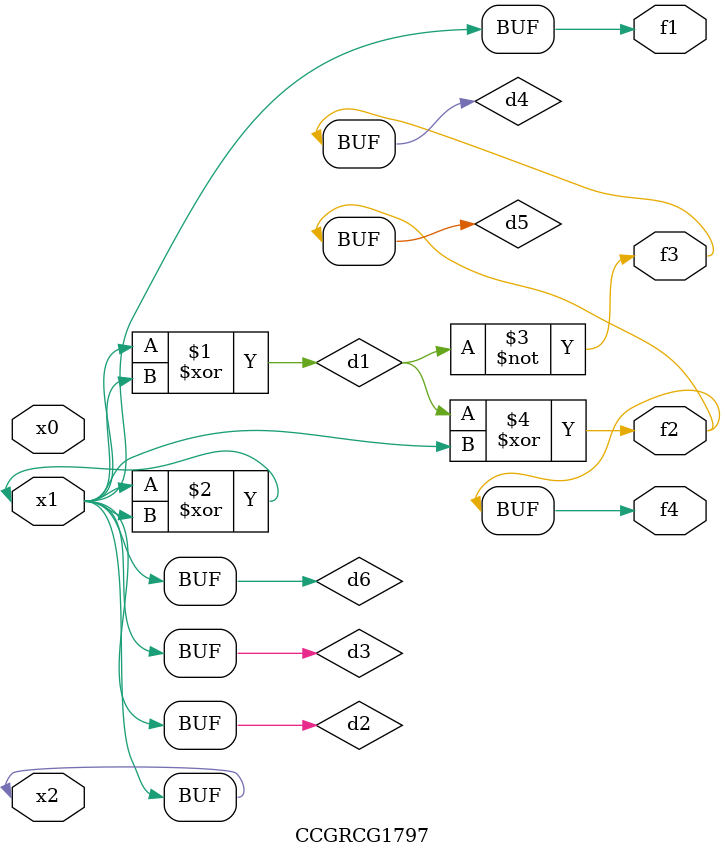
<source format=v>
module CCGRCG1797(
	input x0, x1, x2,
	output f1, f2, f3, f4
);

	wire d1, d2, d3, d4, d5, d6;

	xor (d1, x1, x2);
	buf (d2, x1, x2);
	xor (d3, x1, x2);
	nor (d4, d1);
	xor (d5, d1, d2);
	buf (d6, d2, d3);
	assign f1 = d6;
	assign f2 = d5;
	assign f3 = d4;
	assign f4 = d5;
endmodule

</source>
